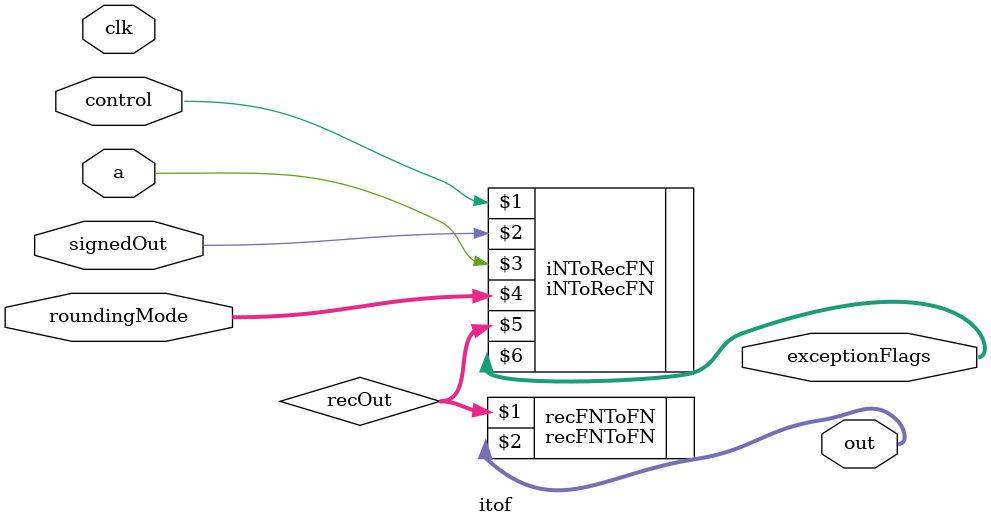
<source format=v>
/*
Author: Sugandha Tiwari
Description: Int to Float Module using Hardfloat
*/

module itof#(parameter integer expWidth = 3, parameter integer sigWidth = 3, parameter integer intWidth = 1) (
        clk,
        control,
        a,
        roundingMode,
        signedOut,
        out,
        exceptionFlags
    );
    
    input clk;
    input control;
    input [intWidth-1:0] a;
    input [2:0] roundingMode;
    input signedOut;
    output [(expWidth + sigWidth-1):0] out;
    output [4:0] exceptionFlags;
    
    wire [(expWidth + sigWidth):0] recOut;

    iNToRecFN#(intWidth, expWidth, sigWidth) iNToRecFN(control, signedOut, a, roundingMode, recOut, exceptionFlags);
    
    recFNToFN#(expWidth, sigWidth) recFNToFN(recOut, out);
    
endmodule

</source>
